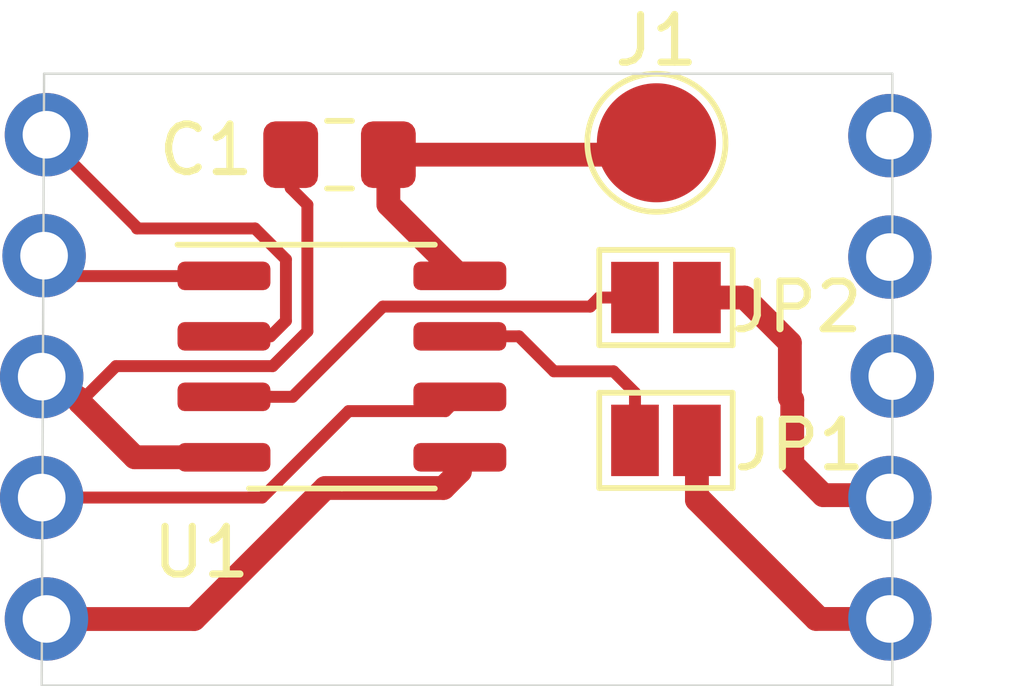
<source format=kicad_pcb>
(kicad_pcb (version 20171130) (host pcbnew 5.1.5+dfsg1-2build2)

  (general
    (thickness 1.6)
    (drawings 4)
    (tracks 94)
    (zones 0)
    (modules 5)
    (nets 14)
  )

  (page A4)
  (layers
    (0 F.Cu signal)
    (31 B.Cu signal)
    (32 B.Adhes user)
    (33 F.Adhes user)
    (34 B.Paste user)
    (35 F.Paste user)
    (36 B.SilkS user)
    (37 F.SilkS user)
    (38 B.Mask user)
    (39 F.Mask user)
    (40 Dwgs.User user)
    (41 Cmts.User user)
    (42 Eco1.User user)
    (43 Eco2.User user)
    (44 Edge.Cuts user)
    (45 Margin user)
    (46 B.CrtYd user)
    (47 F.CrtYd user)
    (48 B.Fab user)
    (49 F.Fab user)
  )

  (setup
    (last_trace_width 0.25)
    (user_trace_width 0.5)
    (trace_clearance 0.2)
    (zone_clearance 0.508)
    (zone_45_only no)
    (trace_min 0.2)
    (via_size 0.8)
    (via_drill 0.4)
    (via_min_size 0.4)
    (via_min_drill 0.3)
    (user_via 1.75 1)
    (uvia_size 0.3)
    (uvia_drill 0.1)
    (uvias_allowed no)
    (uvia_min_size 0.2)
    (uvia_min_drill 0.1)
    (edge_width 0.05)
    (segment_width 0.2)
    (pcb_text_width 0.3)
    (pcb_text_size 1.5 1.5)
    (mod_edge_width 0.12)
    (mod_text_size 1 1)
    (mod_text_width 0.15)
    (pad_size 1.524 1.524)
    (pad_drill 0.762)
    (pad_to_mask_clearance 0.051)
    (solder_mask_min_width 0.25)
    (aux_axis_origin 0 0)
    (visible_elements FFFFFF7F)
    (pcbplotparams
      (layerselection 0x010fc_ffffffff)
      (usegerberextensions false)
      (usegerberattributes false)
      (usegerberadvancedattributes false)
      (creategerberjobfile false)
      (excludeedgelayer true)
      (linewidth 0.100000)
      (plotframeref false)
      (viasonmask false)
      (mode 1)
      (useauxorigin false)
      (hpglpennumber 1)
      (hpglpenspeed 20)
      (hpglpendiameter 15.000000)
      (psnegative false)
      (psa4output false)
      (plotreference true)
      (plotvalue true)
      (plotinvisibletext false)
      (padsonsilk false)
      (subtractmaskfromsilk false)
      (outputformat 1)
      (mirror false)
      (drillshape 0)
      (scaleselection 1)
      (outputdirectory "fab1/"))
  )

  (net 0 "")
  (net 1 "Net-(C1-Pad2)")
  (net 2 "Net-(C1-Pad1)")
  (net 3 "Net-(JP1-Pad1)")
  (net 4 "Net-(JP1-Pad2)")
  (net 5 "Net-(JP2-Pad1)")
  (net 6 "Net-(JP2-Pad2)")
  (net 7 "Net-(U1-Pad6)")
  (net 8 "Net-(U1-Pad5)")
  (net 9 "Net-(U1-Pad2)")
  (net 10 "Net-(U1-Pad1)")
  (net 11 "Net-(U2-Pad37)")
  (net 12 "Net-(U2-Pad38)")
  (net 13 "Net-(U2-Pad39)")

  (net_class Default "This is the default net class."
    (clearance 0.2)
    (trace_width 0.25)
    (via_dia 0.8)
    (via_drill 0.4)
    (uvia_dia 0.3)
    (uvia_drill 0.1)
    (add_net "Net-(C1-Pad1)")
    (add_net "Net-(C1-Pad2)")
    (add_net "Net-(JP1-Pad1)")
    (add_net "Net-(JP1-Pad2)")
    (add_net "Net-(JP2-Pad1)")
    (add_net "Net-(JP2-Pad2)")
    (add_net "Net-(U1-Pad1)")
    (add_net "Net-(U1-Pad2)")
    (add_net "Net-(U1-Pad5)")
    (add_net "Net-(U1-Pad6)")
    (add_net "Net-(U2-Pad37)")
    (add_net "Net-(U2-Pad38)")
    (add_net "Net-(U2-Pad39)")
  )

  (module TestPoint:TestPoint_Pad_D2.5mm (layer F.Cu) (tedit 5A0F774F) (tstamp 6114BBDA)
    (at 160.5 121.2)
    (descr "SMD pad as test Point, diameter 2.5mm")
    (tags "test point SMD pad")
    (path /611519E4)
    (attr virtual)
    (fp_text reference J1 (at 0 -2.148) (layer F.SilkS)
      (effects (font (size 1 1) (thickness 0.15)))
    )
    (fp_text value Conn_01x01_Female (at 0 2.25) (layer F.Fab)
      (effects (font (size 1 1) (thickness 0.15)))
    )
    (fp_circle (center 0 0) (end 0 1.45) (layer F.SilkS) (width 0.12))
    (fp_circle (center 0 0) (end 1.75 0) (layer F.CrtYd) (width 0.05))
    (fp_text user %R (at 0 -2.15) (layer F.Fab)
      (effects (font (size 1 1) (thickness 0.15)))
    )
    (pad 1 smd circle (at 0 0) (size 2.5 2.5) (layers F.Cu F.Mask)
      (net 2 "Net-(C1-Pad1)"))
  )

  (module Package_SO:SOIC-8_3.9x4.9mm_P1.27mm (layer F.Cu) (tedit 5D9F72B1) (tstamp 6114BC10)
    (at 153.9 125.9)
    (descr "SOIC, 8 Pin (JEDEC MS-012AA, https://www.analog.com/media/en/package-pcb-resources/package/pkg_pdf/soic_narrow-r/r_8.pdf), generated with kicad-footprint-generator ipc_gullwing_generator.py")
    (tags "SOIC SO")
    (path /6114BAAF)
    (attr smd)
    (fp_text reference U1 (at -2.95 3.9) (layer F.SilkS)
      (effects (font (size 1 1) (thickness 0.15)))
    )
    (fp_text value ESP-PSRAM32 (at 0 3.4) (layer F.Fab)
      (effects (font (size 1 1) (thickness 0.15)))
    )
    (fp_text user %R (at 0 0) (layer F.Fab)
      (effects (font (size 0.98 0.98) (thickness 0.15)))
    )
    (fp_line (start 3.7 -2.7) (end -3.7 -2.7) (layer F.CrtYd) (width 0.05))
    (fp_line (start 3.7 2.7) (end 3.7 -2.7) (layer F.CrtYd) (width 0.05))
    (fp_line (start -3.7 2.7) (end 3.7 2.7) (layer F.CrtYd) (width 0.05))
    (fp_line (start -3.7 -2.7) (end -3.7 2.7) (layer F.CrtYd) (width 0.05))
    (fp_line (start -1.95 -1.475) (end -0.975 -2.45) (layer F.Fab) (width 0.1))
    (fp_line (start -1.95 2.45) (end -1.95 -1.475) (layer F.Fab) (width 0.1))
    (fp_line (start 1.95 2.45) (end -1.95 2.45) (layer F.Fab) (width 0.1))
    (fp_line (start 1.95 -2.45) (end 1.95 2.45) (layer F.Fab) (width 0.1))
    (fp_line (start -0.975 -2.45) (end 1.95 -2.45) (layer F.Fab) (width 0.1))
    (fp_line (start 0 -2.56) (end -3.45 -2.56) (layer F.SilkS) (width 0.12))
    (fp_line (start 0 -2.56) (end 1.95 -2.56) (layer F.SilkS) (width 0.12))
    (fp_line (start 0 2.56) (end -1.95 2.56) (layer F.SilkS) (width 0.12))
    (fp_line (start 0 2.56) (end 1.95 2.56) (layer F.SilkS) (width 0.12))
    (pad 8 smd roundrect (at 2.475 -1.905) (size 1.95 0.6) (layers F.Cu F.Paste F.Mask) (roundrect_rratio 0.25)
      (net 2 "Net-(C1-Pad1)"))
    (pad 7 smd roundrect (at 2.475 -0.635) (size 1.95 0.6) (layers F.Cu F.Paste F.Mask) (roundrect_rratio 0.25)
      (net 3 "Net-(JP1-Pad1)"))
    (pad 6 smd roundrect (at 2.475 0.635) (size 1.95 0.6) (layers F.Cu F.Paste F.Mask) (roundrect_rratio 0.25)
      (net 7 "Net-(U1-Pad6)"))
    (pad 5 smd roundrect (at 2.475 1.905) (size 1.95 0.6) (layers F.Cu F.Paste F.Mask) (roundrect_rratio 0.25)
      (net 8 "Net-(U1-Pad5)"))
    (pad 4 smd roundrect (at -2.475 1.905) (size 1.95 0.6) (layers F.Cu F.Paste F.Mask) (roundrect_rratio 0.25)
      (net 1 "Net-(C1-Pad2)"))
    (pad 3 smd roundrect (at -2.475 0.635) (size 1.95 0.6) (layers F.Cu F.Paste F.Mask) (roundrect_rratio 0.25)
      (net 5 "Net-(JP2-Pad1)"))
    (pad 2 smd roundrect (at -2.475 -0.635) (size 1.95 0.6) (layers F.Cu F.Paste F.Mask) (roundrect_rratio 0.25)
      (net 9 "Net-(U1-Pad2)"))
    (pad 1 smd roundrect (at -2.475 -1.905) (size 1.95 0.6) (layers F.Cu F.Paste F.Mask) (roundrect_rratio 0.25)
      (net 10 "Net-(U1-Pad1)"))
    (model ${KISYS3DMOD}/Package_SO.3dshapes/SOIC-8_3.9x4.9mm_P1.27mm.wrl
      (at (xyz 0 0 0))
      (scale (xyz 1 1 1))
      (rotate (xyz 0 0 0))
    )
  )

  (module Jumper:SolderJumper-2_P1.3mm_Open_Pad1.0x1.5mm (layer F.Cu) (tedit 5A3EABFC) (tstamp 6114BBF6)
    (at 160.7 124.45)
    (descr "SMD Solder Jumper, 1x1.5mm Pads, 0.3mm gap, open")
    (tags "solder jumper open")
    (path /61156B68)
    (attr virtual)
    (fp_text reference JP2 (at 2.75 0.2) (layer F.SilkS)
      (effects (font (size 1 1) (thickness 0.15)))
    )
    (fp_text value Jumper_NO_Small (at 0 1.9) (layer F.Fab)
      (effects (font (size 1 1) (thickness 0.15)))
    )
    (fp_line (start 1.65 1.25) (end -1.65 1.25) (layer F.CrtYd) (width 0.05))
    (fp_line (start 1.65 1.25) (end 1.65 -1.25) (layer F.CrtYd) (width 0.05))
    (fp_line (start -1.65 -1.25) (end -1.65 1.25) (layer F.CrtYd) (width 0.05))
    (fp_line (start -1.65 -1.25) (end 1.65 -1.25) (layer F.CrtYd) (width 0.05))
    (fp_line (start -1.4 -1) (end 1.4 -1) (layer F.SilkS) (width 0.12))
    (fp_line (start 1.4 -1) (end 1.4 1) (layer F.SilkS) (width 0.12))
    (fp_line (start 1.4 1) (end -1.4 1) (layer F.SilkS) (width 0.12))
    (fp_line (start -1.4 1) (end -1.4 -1) (layer F.SilkS) (width 0.12))
    (pad 1 smd rect (at -0.65 0) (size 1 1.5) (layers F.Cu F.Mask)
      (net 5 "Net-(JP2-Pad1)"))
    (pad 2 smd rect (at 0.65 0) (size 1 1.5) (layers F.Cu F.Mask)
      (net 6 "Net-(JP2-Pad2)"))
  )

  (module Jumper:SolderJumper-2_P1.3mm_Open_Pad1.0x1.5mm (layer F.Cu) (tedit 5A3EABFC) (tstamp 6114BBE8)
    (at 160.7 127.45)
    (descr "SMD Solder Jumper, 1x1.5mm Pads, 0.3mm gap, open")
    (tags "solder jumper open")
    (path /61155CCD)
    (attr virtual)
    (fp_text reference JP1 (at 2.8 0.1) (layer F.SilkS)
      (effects (font (size 1 1) (thickness 0.15)))
    )
    (fp_text value Jumper_NO_Small (at 0 1.9) (layer F.Fab)
      (effects (font (size 1 1) (thickness 0.15)))
    )
    (fp_line (start 1.65 1.25) (end -1.65 1.25) (layer F.CrtYd) (width 0.05))
    (fp_line (start 1.65 1.25) (end 1.65 -1.25) (layer F.CrtYd) (width 0.05))
    (fp_line (start -1.65 -1.25) (end -1.65 1.25) (layer F.CrtYd) (width 0.05))
    (fp_line (start -1.65 -1.25) (end 1.65 -1.25) (layer F.CrtYd) (width 0.05))
    (fp_line (start -1.4 -1) (end 1.4 -1) (layer F.SilkS) (width 0.12))
    (fp_line (start 1.4 -1) (end 1.4 1) (layer F.SilkS) (width 0.12))
    (fp_line (start 1.4 1) (end -1.4 1) (layer F.SilkS) (width 0.12))
    (fp_line (start -1.4 1) (end -1.4 -1) (layer F.SilkS) (width 0.12))
    (pad 1 smd rect (at -0.65 0) (size 1 1.5) (layers F.Cu F.Mask)
      (net 3 "Net-(JP1-Pad1)"))
    (pad 2 smd rect (at 0.65 0) (size 1 1.5) (layers F.Cu F.Mask)
      (net 4 "Net-(JP1-Pad2)"))
  )

  (module Capacitor_SMD:C_0805_2012Metric_Pad1.15x1.40mm_HandSolder (layer F.Cu) (tedit 5B36C52B) (tstamp 6114BBCD)
    (at 153.85 121.45 180)
    (descr "Capacitor SMD 0805 (2012 Metric), square (rectangular) end terminal, IPC_7351 nominal with elongated pad for handsoldering. (Body size source: https://docs.google.com/spreadsheets/d/1BsfQQcO9C6DZCsRaXUlFlo91Tg2WpOkGARC1WS5S8t0/edit?usp=sharing), generated with kicad-footprint-generator")
    (tags "capacitor handsolder")
    (path /611508AD)
    (attr smd)
    (fp_text reference C1 (at 2.8 0.1) (layer F.SilkS)
      (effects (font (size 1 1) (thickness 0.15)))
    )
    (fp_text value C_Small (at 0 1.65) (layer F.Fab)
      (effects (font (size 1 1) (thickness 0.15)))
    )
    (fp_text user %R (at 0 0) (layer F.Fab)
      (effects (font (size 0.5 0.5) (thickness 0.08)))
    )
    (fp_line (start 1.85 0.95) (end -1.85 0.95) (layer F.CrtYd) (width 0.05))
    (fp_line (start 1.85 -0.95) (end 1.85 0.95) (layer F.CrtYd) (width 0.05))
    (fp_line (start -1.85 -0.95) (end 1.85 -0.95) (layer F.CrtYd) (width 0.05))
    (fp_line (start -1.85 0.95) (end -1.85 -0.95) (layer F.CrtYd) (width 0.05))
    (fp_line (start -0.261252 0.71) (end 0.261252 0.71) (layer F.SilkS) (width 0.12))
    (fp_line (start -0.261252 -0.71) (end 0.261252 -0.71) (layer F.SilkS) (width 0.12))
    (fp_line (start 1 0.6) (end -1 0.6) (layer F.Fab) (width 0.1))
    (fp_line (start 1 -0.6) (end 1 0.6) (layer F.Fab) (width 0.1))
    (fp_line (start -1 -0.6) (end 1 -0.6) (layer F.Fab) (width 0.1))
    (fp_line (start -1 0.6) (end -1 -0.6) (layer F.Fab) (width 0.1))
    (pad 2 smd roundrect (at 1.025 0 180) (size 1.15 1.4) (layers F.Cu F.Paste F.Mask) (roundrect_rratio 0.217391)
      (net 1 "Net-(C1-Pad2)"))
    (pad 1 smd roundrect (at -1.025 0 180) (size 1.15 1.4) (layers F.Cu F.Paste F.Mask) (roundrect_rratio 0.217391)
      (net 2 "Net-(C1-Pad1)"))
    (model ${KISYS3DMOD}/Capacitor_SMD.3dshapes/C_0805_2012Metric.wrl
      (at (xyz 0 0 0))
      (scale (xyz 1 1 1))
      (rotate (xyz 0 0 0))
    )
  )

  (gr_line (start 147.65 119.75) (end 147.6 132.6) (layer Edge.Cuts) (width 0.05) (tstamp 6114E6D5))
  (gr_line (start 165.45 119.75) (end 147.65 119.75) (layer Edge.Cuts) (width 0.05))
  (gr_line (start 165.45 132.6) (end 165.45 119.75) (layer Edge.Cuts) (width 0.05))
  (gr_line (start 147.6 132.6) (end 165.45 132.6) (layer Edge.Cuts) (width 0.05))

  (via (at 165.4 121.05) (size 1.75) (drill 1) (layers F.Cu B.Cu) (net 13))
  (via (at 165.4 123.6) (size 1.75) (drill 1) (layers F.Cu B.Cu) (net 12))
  (via (at 165.45 126.1) (size 1.75) (drill 1) (layers F.Cu B.Cu) (net 11))
  (segment (start 147.971885 126.431885) (end 147.973022 126.111146) (width 0.25) (layer F.Cu) (net 1))
  (segment (start 147.973022 126.111146) (end 147.973022 126.111146) (width 0.25) (layer F.Cu) (net 1) (tstamp 61150890))
  (via (at 147.6 126.111146) (size 1.75) (drill 1) (layers F.Cu B.Cu) (net 1))
  (segment (start 147.975266 126.110001) (end 147.975261 126.111266) (width 0.25) (layer F.Cu) (net 1))
  (segment (start 148.099916 126.2) (end 148.098824 126.480747) (width 0.5) (layer F.Cu) (net 1))
  (segment (start 151.425 127.805) (end 149.555 127.805) (width 0.5) (layer F.Cu) (net 1))
  (segment (start 149.555 127.805) (end 148.4 126.65) (width 0.5) (layer F.Cu) (net 1))
  (segment (start 148.4 126.6) (end 148.35 126.55) (width 0.5) (layer F.Cu) (net 1))
  (segment (start 148.4 126.65) (end 148.35 126.55) (width 0.5) (layer F.Cu) (net 1))
  (segment (start 149.15999 125.89001) (end 148.4 126.65) (width 0.25) (layer F.Cu) (net 1))
  (segment (start 152.446758 125.89001) (end 149.15999 125.89001) (width 0.25) (layer F.Cu) (net 1))
  (segment (start 152.825 122.15) (end 153.17502 122.50002) (width 0.25) (layer F.Cu) (net 1))
  (segment (start 153.17502 125.161748) (end 152.446758 125.89001) (width 0.25) (layer F.Cu) (net 1))
  (segment (start 153.17502 122.50002) (end 153.17502 125.161748) (width 0.25) (layer F.Cu) (net 1))
  (segment (start 152.825 121.45) (end 152.825 122.15) (width 0.25) (layer F.Cu) (net 1))
  (segment (start 160.25 121.45) (end 160.5 121.2) (width 0.5) (layer F.Cu) (net 2))
  (segment (start 154.875 121.45) (end 160.25 121.45) (width 0.5) (layer F.Cu) (net 2))
  (segment (start 154.875 122.495) (end 156.375 123.995) (width 0.5) (layer F.Cu) (net 2))
  (segment (start 154.875 121.45) (end 154.875 122.495) (width 0.5) (layer F.Cu) (net 2))
  (segment (start 160.05 126.45) (end 159.6 126) (width 0.25) (layer F.Cu) (net 3))
  (segment (start 160.05 127.45) (end 160.05 126.45) (width 0.25) (layer F.Cu) (net 3))
  (segment (start 159.6 126) (end 158.35 126) (width 0.25) (layer F.Cu) (net 3))
  (segment (start 157.615 125.265) (end 156.375 125.265) (width 0.25) (layer F.Cu) (net 3))
  (segment (start 158.35 126) (end 157.615 125.265) (width 0.25) (layer F.Cu) (net 3))
  (segment (start 164.840001 131.190001) (end 165.09999 131.190001) (width 0.25) (layer F.Cu) (net 4))
  (segment (start 161.35 127.45) (end 161.35 127.7) (width 0.25) (layer F.Cu) (net 4))
  (segment (start 165.09999 131.190001) (end 165.09999 131.190001) (width 0.25) (layer F.Cu) (net 4) (tstamp 61150896))
  (via (at 165.4 131.2) (size 1.75) (drill 1) (layers F.Cu B.Cu) (net 4))
  (segment (start 164.090001 131.190001) (end 165.09999 131.190001) (width 0.25) (layer F.Cu) (net 4))
  (segment (start 161.35 128.45) (end 164.090001 131.190001) (width 0.25) (layer F.Cu) (net 4))
  (segment (start 161.35 127.45) (end 161.35 128.45) (width 0.25) (layer F.Cu) (net 4))
  (segment (start 163.85 131.2) (end 164.97499 131.2) (width 0.5) (layer F.Cu) (net 4))
  (segment (start 161.35 128.7) (end 163.85 131.2) (width 0.5) (layer F.Cu) (net 4))
  (segment (start 161.35 127.45) (end 161.35 128.7) (width 0.5) (layer F.Cu) (net 4))
  (segment (start 151.425 126.535) (end 152.4 126.535) (width 0.25) (layer F.Cu) (net 5))
  (segment (start 159.11001 124.63999) (end 154.76001 124.63999) (width 0.25) (layer F.Cu) (net 5))
  (segment (start 159.3 124.45) (end 159.11001 124.63999) (width 0.25) (layer F.Cu) (net 5))
  (segment (start 160.05 124.45) (end 159.3 124.45) (width 0.25) (layer F.Cu) (net 5))
  (segment (start 152.865 126.535) (end 151.425 126.535) (width 0.25) (layer F.Cu) (net 5))
  (segment (start 154.76001 124.63999) (end 152.865 126.535) (width 0.25) (layer F.Cu) (net 5))
  (segment (start 164.500001 128.650001) (end 165.09999 128.650001) (width 0.25) (layer F.Cu) (net 6))
  (segment (start 165.09999 128.650001) (end 165.09999 128.650001) (width 0.25) (layer F.Cu) (net 6) (tstamp 61150898))
  (via (at 165.4 128.65) (size 1.75) (drill 1) (layers F.Cu B.Cu) (net 6))
  (segment (start 164.15 128.65) (end 165.09999 128.65) (width 0.25) (layer F.Cu) (net 6))
  (segment (start 163.35 127.95) (end 164 128.6) (width 0.5) (layer F.Cu) (net 6))
  (segment (start 163.35 126.6) (end 163.35 127.95) (width 0.5) (layer F.Cu) (net 6))
  (segment (start 163.3 126.55) (end 163.35 126.6) (width 0.5) (layer F.Cu) (net 6))
  (segment (start 163.3 125.4) (end 163.3 126.55) (width 0.5) (layer F.Cu) (net 6))
  (segment (start 162.35 124.45) (end 163.3 125.4) (width 0.5) (layer F.Cu) (net 6))
  (segment (start 161.35 124.45) (end 162.35 124.45) (width 0.5) (layer F.Cu) (net 6))
  (segment (start 164 128.6) (end 164.15 128.65) (width 0.25) (layer F.Cu) (net 6))
  (segment (start 164.97499 128.6) (end 164.97499 128.65) (width 0.5) (layer F.Cu) (net 6))
  (segment (start 164 128.6) (end 164.97499 128.6) (width 0.5) (layer F.Cu) (net 6))
  (segment (start 147.964019 128.650001) (end 147.964015 128.651114) (width 0.25) (layer F.Cu) (net 7))
  (segment (start 154.041768 126.835) (end 152.226767 128.650001) (width 0.25) (layer F.Cu) (net 7))
  (segment (start 156.075 126.835) (end 154.041768 126.835) (width 0.25) (layer F.Cu) (net 7))
  (segment (start 156.375 126.535) (end 156.075 126.835) (width 0.25) (layer F.Cu) (net 7))
  (segment (start 147.964015 128.651114) (end 147.964015 128.651114) (width 0.25) (layer F.Cu) (net 7) (tstamp 61150892))
  (via (at 147.6 128.651114) (size 1.75) (drill 1) (layers F.Cu B.Cu) (net 7))
  (segment (start 147.965382 128.650001) (end 147.964568 128.859299) (width 0.25) (layer F.Cu) (net 7))
  (segment (start 152.226767 128.650001) (end 147.965382 128.650001) (width 0.25) (layer F.Cu) (net 7))
  (segment (start 147.955012 131.190001) (end 147.955012 131.190001) (width 0.25) (layer F.Cu) (net 8))
  (segment (start 153.46999 128.43001) (end 150.709999 131.190001) (width 0.25) (layer F.Cu) (net 8))
  (segment (start 147.955012 131.190001) (end 147.955008 131.191082) (width 0.25) (layer F.Cu) (net 8) (tstamp 61150894))
  (via (at 147.7 131.2) (size 1.75) (drill 1) (layers F.Cu B.Cu) (net 8))
  (segment (start 147.955499 131.190001) (end 147.955495 131.191189) (width 0.25) (layer F.Cu) (net 8))
  (segment (start 150.709999 131.190001) (end 147.955499 131.190001) (width 0.25) (layer F.Cu) (net 8))
  (segment (start 156.03 128.45) (end 153.55 128.45) (width 0.5) (layer F.Cu) (net 8))
  (segment (start 156.375 128.105) (end 156.03 128.45) (width 0.5) (layer F.Cu) (net 8))
  (segment (start 156.375 127.805) (end 156.375 128.105) (width 0.5) (layer F.Cu) (net 8))
  (segment (start 153.55 128.45) (end 153.46999 128.43001) (width 0.25) (layer F.Cu) (net 8))
  (segment (start 150.79852 131.20148) (end 148.080456 131.20148) (width 0.5) (layer F.Cu) (net 8))
  (segment (start 153.55 128.45) (end 150.79852 131.20148) (width 0.5) (layer F.Cu) (net 8))
  (segment (start 147.989835 121.369835) (end 147.991036 121.03121) (width 0.25) (layer F.Cu) (net 9))
  (segment (start 147.991036 121.03121) (end 147.991036 121.03121) (width 0.25) (layer F.Cu) (net 9) (tstamp 6115088C))
  (via (at 147.7 121.03121) (size 1.75) (drill 1) (layers F.Cu B.Cu) (net 9))
  (segment (start 149.6 122.980001) (end 147.993695 121.373695) (width 0.25) (layer F.Cu) (net 9))
  (segment (start 149.6 123) (end 149.6 122.980001) (width 0.25) (layer F.Cu) (net 9))
  (segment (start 147.993695 121.373695) (end 147.995027 121.031343) (width 0.25) (layer F.Cu) (net 9))
  (segment (start 152.076768 123) (end 149.6 123) (width 0.25) (layer F.Cu) (net 9))
  (segment (start 152.72501 123.648242) (end 152.076768 123) (width 0.25) (layer F.Cu) (net 9))
  (segment (start 152.72501 124.93999) (end 152.72501 123.648242) (width 0.25) (layer F.Cu) (net 9))
  (segment (start 152.4 125.265) (end 152.72501 124.93999) (width 0.25) (layer F.Cu) (net 9))
  (segment (start 151.425 125.265) (end 152.4 125.265) (width 0.25) (layer F.Cu) (net 9))
  (segment (start 147.98086 123.90086) (end 147.982029 123.571178) (width 0.25) (layer F.Cu) (net 10))
  (segment (start 147.982029 123.571178) (end 147.982029 123.571178) (width 0.25) (layer F.Cu) (net 10) (tstamp 6115088E))
  (via (at 147.65 123.571178) (size 1.75) (drill 1) (layers F.Cu B.Cu) (net 10))
  (segment (start 151.425 123.995) (end 151.42 124) (width 0.25) (layer F.Cu) (net 10))
  (segment (start 147.98385 123.90385) (end 147.985144 123.571305) (width 0.25) (layer F.Cu) (net 10))
  (segment (start 148.079999 124) (end 147.98385 123.90385) (width 0.25) (layer F.Cu) (net 10))
  (segment (start 151.42 124) (end 148.079999 124) (width 0.25) (layer F.Cu) (net 10))

)

</source>
